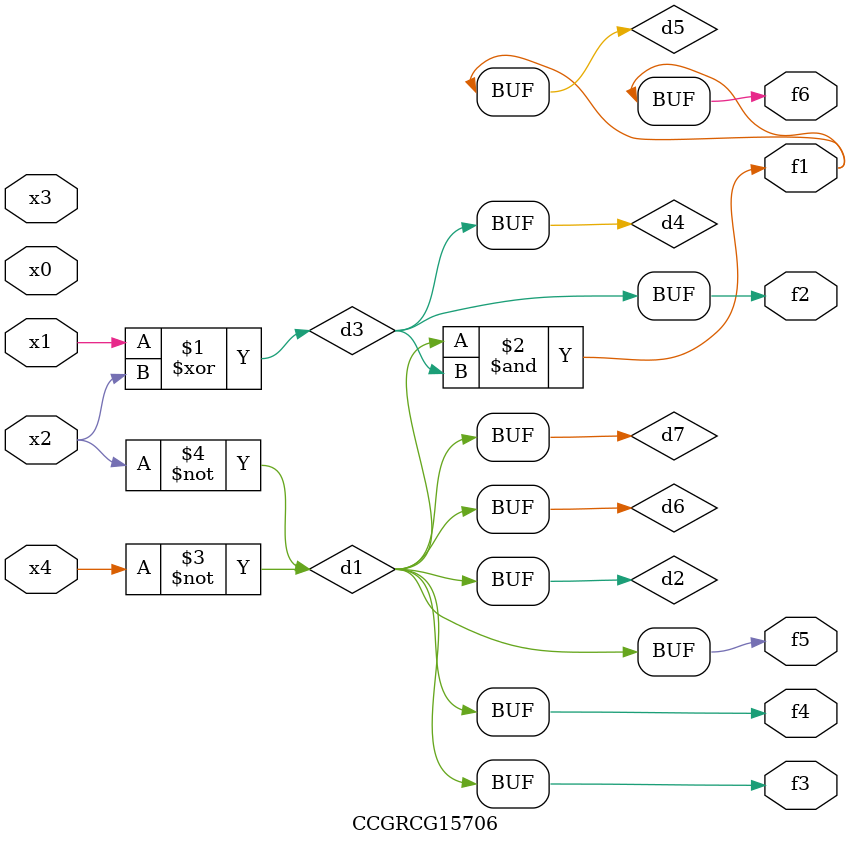
<source format=v>
module CCGRCG15706(
	input x0, x1, x2, x3, x4,
	output f1, f2, f3, f4, f5, f6
);

	wire d1, d2, d3, d4, d5, d6, d7;

	not (d1, x4);
	not (d2, x2);
	xor (d3, x1, x2);
	buf (d4, d3);
	and (d5, d1, d3);
	buf (d6, d1, d2);
	buf (d7, d2);
	assign f1 = d5;
	assign f2 = d4;
	assign f3 = d7;
	assign f4 = d7;
	assign f5 = d7;
	assign f6 = d5;
endmodule

</source>
